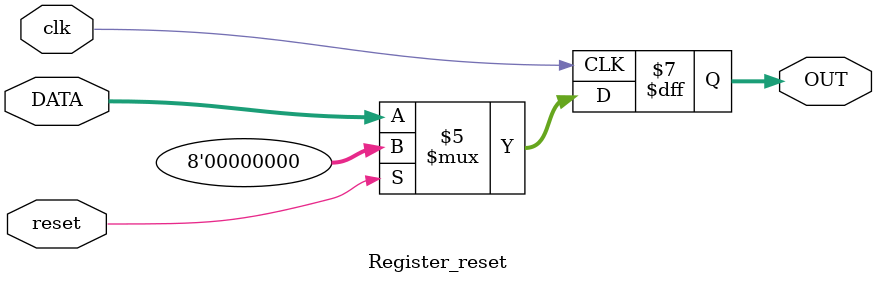
<source format=v>
module Register_reset#(
     parameter WIDTH=8)
    (
	  input  clk, reset,
	  input	[WIDTH-1:0] DATA,
	  output reg [WIDTH-1:0] OUT
    );
	
initial begin
	OUT<=0;
end
	 
always@(posedge clk) begin
	if (reset == 1'b1)
		OUT<={WIDTH{1'b0}};		
	else	
		OUT<=DATA;
end
	 
endmodule
</source>
